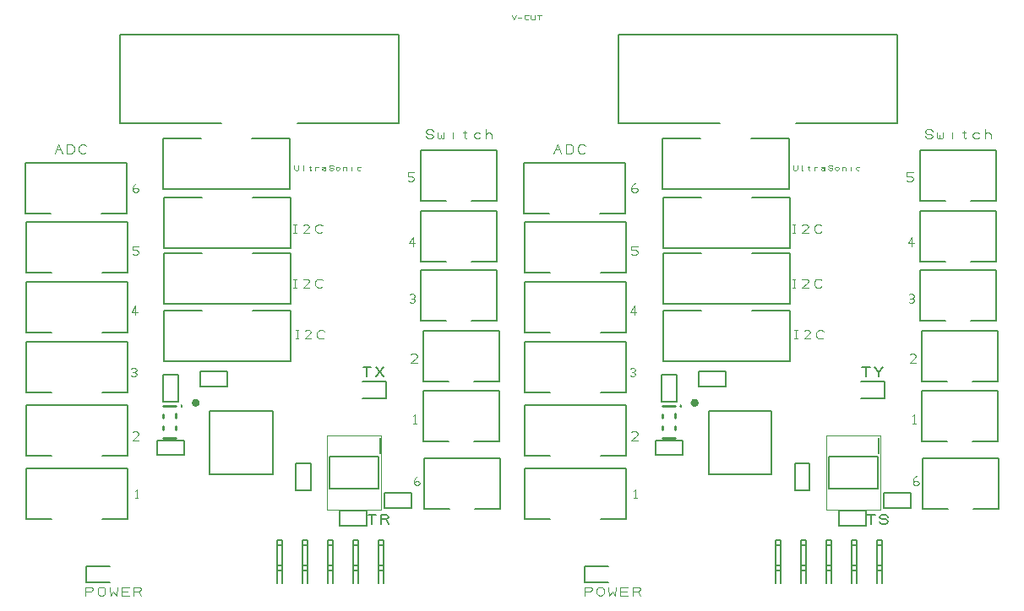
<source format=gto>
G04 EasyPC Gerber Version 21.0.3 Build 4286 *
G04 #@! TF.Part,Single*
G04 #@! TF.FileFunction,Legend,Top *
G04 #@! TF.FilePolarity,Positive *
%FSLAX45Y45*%
%MOIN*%
%ADD21C,0.00100*%
%ADD26C,0.00197*%
%ADD117C,0.00276*%
%ADD20C,0.00394*%
%ADD22C,0.00500*%
%ADD23C,0.00787*%
%ADD25C,0.01000*%
G04 #@! TA.AperFunction,ViaPad*
%ADD86C,0.01575*%
X0Y0D02*
D02*
D20*
X134423Y344049D02*
Y347593D01*
X136490*
X137081Y347297*
X137376Y346707*
X137081Y346116*
X136490Y345821*
X134423*
X139148Y345230D02*
Y346411D01*
X139443Y347002*
X139738Y347297*
X140329Y347593*
X140919*
X141510Y347297*
X141805Y347002*
X142100Y346411*
Y345230*
X141805Y344640*
X141510Y344344*
X140919Y344049*
X140329*
X139738Y344344*
X139443Y344640*
X139148Y345230*
X143872Y347593D02*
X144167Y344049D01*
X145348Y345821*
X146530Y344049*
X146825Y347593*
X148596Y344049D02*
Y347593D01*
X151549*
X150959Y345821D02*
X148596D01*
Y344049D02*
X151549D01*
X153321D02*
Y347593D01*
X155388*
X155978Y347297*
X156274Y346707*
X155978Y346116*
X155388Y345821*
X153321*
X155388D02*
X156274Y344049D01*
X331274D02*
Y347593D01*
X333341*
X333931Y347297*
X334226Y346707*
X333931Y346116*
X333341Y345821*
X331274*
X335998Y345230D02*
Y346411D01*
X336293Y347002*
X336589Y347297*
X337179Y347593*
X337770*
X338360Y347297*
X338656Y347002*
X338951Y346411*
Y345230*
X338656Y344640*
X338360Y344344*
X337770Y344049*
X337179*
X336589Y344344*
X336293Y344640*
X335998Y345230*
X340722Y347593D02*
X341018Y344049D01*
X342199Y345821*
X343380Y344049*
X343675Y347593*
X345447Y344049D02*
Y347593D01*
X348400*
X347809Y345821D02*
X345447D01*
Y344049D02*
X348400D01*
X350171D02*
Y347593D01*
X352238*
X352829Y347297*
X353124Y346707*
X352829Y346116*
X352238Y345821*
X350171*
X352238D02*
X353124Y344049D01*
D02*
D21*
X302565Y573598D02*
X303346Y571724D01*
X304127Y573598*
X305065Y572348D02*
X306315D01*
X309127Y572036D02*
X308971Y571880D01*
X308658Y571724*
X308190*
X307877Y571880*
X307721Y572036*
X307565Y572348*
Y572974*
X307721Y573286*
X307877Y573442*
X308190Y573598*
X308658*
X308971Y573442*
X309127Y573286*
X310065Y573598D02*
Y572192D01*
X310221Y571880*
X310533Y571724*
X311158*
X311471Y571880*
X311627Y572192*
Y573598*
X313346Y571724D02*
Y573598D01*
X312565D02*
X314127D01*
D02*
D22*
X120486Y494974D02*
X110486D01*
Y514974*
X150486*
Y494974*
X140486*
X120880Y374305D02*
X110880D01*
Y394305*
X150880*
Y374305*
X140880*
X120880Y399305D02*
X110880D01*
Y419305*
X150880*
Y399305*
X140880*
X120880Y424502D02*
X110880D01*
Y444502*
X150880*
Y424502*
X140880*
X120880Y448124D02*
X110880D01*
Y468124*
X150880*
Y448124*
X140880*
X120880Y471746D02*
X110880D01*
Y491746*
X150880*
Y471746*
X140880*
X162557Y399644D02*
X173219D01*
Y405581*
X162557*
Y399644*
X164919Y431565D02*
Y420904D01*
X170856*
Y431565*
X164919*
X190148Y432746D02*
X179486D01*
Y426809*
X190148*
Y432746*
X199935Y524817D02*
X214935D01*
Y504817*
X164935*
Y524817*
X179935*
X200329Y456707D02*
X215329D01*
Y436707*
X165329*
Y456707*
X180329*
X200329Y479541D02*
X215329D01*
Y459541*
X165329*
Y479541*
X180329*
X200329Y501589D02*
X215329D01*
Y481589*
X165329*
Y501589*
X180329*
X209817Y348982D02*
Y354021D01*
Y355990D02*
Y348982D01*
Y355990D02*
Y354021D01*
X211785*
Y355990*
X209817*
Y364021D02*
Y348982D01*
Y365990D02*
Y364021D01*
X211785*
Y365990*
X209817*
X211785Y348982D02*
Y354021D01*
Y355990D02*
Y348982D01*
Y364021D02*
Y348982D01*
X217281Y396526D02*
Y385864D01*
X223219*
Y396526*
X217281*
X217927Y530781D02*
X257927D01*
Y565781*
X147927*
Y530781*
X187927*
X219817Y348982D02*
Y354021D01*
Y355990D02*
Y348982D01*
Y355990D02*
Y354021D01*
X221785*
Y355990*
X219817*
Y364021D02*
Y348982D01*
Y365990D02*
Y364021D01*
X221785*
Y365990*
X219817*
X221785Y348982D02*
Y354021D01*
Y355990D02*
Y348982D01*
Y364021D02*
Y348982D01*
X229817D02*
Y354021D01*
Y355990D02*
Y348982D01*
Y355990D02*
Y354021D01*
X231785*
Y355990*
X229817*
Y364021D02*
Y348982D01*
Y365990D02*
Y364021D01*
X231785*
Y365990*
X229817*
X231785Y348982D02*
Y354021D01*
Y355990D02*
Y348982D01*
Y365990D02*
Y348982D01*
X234604Y371691D02*
X245266D01*
Y377628*
X234604*
Y371691*
X239817Y348982D02*
Y354021D01*
Y355990D02*
Y348982D01*
Y355990D02*
Y354021D01*
X241785*
Y355990*
X239817*
Y364021D02*
Y348982D01*
Y365990D02*
Y364021D01*
X241785*
Y365990*
X239817*
X241785Y348982D02*
Y354021D01*
Y355990D02*
Y348982D01*
Y364021D02*
Y348982D01*
X245435Y430715D02*
Y434465D01*
X243872D02*
X246997D01*
X248872Y430715D02*
X251997Y434465D01*
X248872D02*
X251997Y430715D01*
X247403Y372447D02*
Y376197D01*
X245841D02*
X248966D01*
X250841Y372447D02*
Y376197D01*
X253028*
X253653Y375885*
X253966Y375260*
X253653Y374635*
X253028Y374322*
X250841*
X253028D02*
X253966Y372447D01*
X249817Y348982D02*
Y354021D01*
Y355990D02*
Y348982D01*
Y355990D02*
Y354021D01*
X251785*
Y355990*
X249817*
Y364021D02*
Y348982D01*
Y365990D02*
Y364021D01*
X251785*
Y365990*
X249817*
X251785Y348982D02*
Y354021D01*
Y355990D02*
Y348982D01*
Y365990D02*
Y348982D01*
X252321Y378778D02*
X262982D01*
Y384715*
X252321*
Y378778*
X286667Y452848D02*
X296667D01*
Y472848*
X266667*
Y452848*
X276667*
X286667Y476077D02*
X296667D01*
Y496077*
X266667*
Y476077*
X276667*
X286667Y500093D02*
X296667D01*
Y520093*
X266667*
Y500093*
X276667*
X287455Y405211D02*
X297455D01*
Y425211*
X267455*
Y405211*
X277455*
X287455Y428833D02*
X297455D01*
Y448833*
X267455*
Y428833*
X277455*
X287848Y378489D02*
X297848D01*
Y398489*
X267848*
Y378489*
X277848*
X317337Y494974D02*
X307337D01*
Y514974*
X347337*
Y494974*
X337337*
X317730Y374305D02*
X307730D01*
Y394305*
X347730*
Y374305*
X337730*
X317730Y399305D02*
X307730D01*
Y419305*
X347730*
Y399305*
X337730*
X317730Y424502D02*
X307730D01*
Y444502*
X347730*
Y424502*
X337730*
X317730Y448124D02*
X307730D01*
Y468124*
X347730*
Y448124*
X337730*
X317730Y471746D02*
X307730D01*
Y491746*
X347730*
Y471746*
X337730*
X359407Y399644D02*
X370069D01*
Y405581*
X359407*
Y399644*
X361770Y431565D02*
Y420904D01*
X367707*
Y431565*
X361770*
X386998Y432746D02*
X376337D01*
Y426809*
X386998*
Y432746*
X396785Y524817D02*
X411785D01*
Y504817*
X361785*
Y524817*
X376785*
X397179Y456707D02*
X412179D01*
Y436707*
X362179*
Y456707*
X377179*
X397179Y479541D02*
X412179D01*
Y459541*
X362179*
Y479541*
X377179*
X397179Y501589D02*
X412179D01*
Y481589*
X362179*
Y501589*
X377179*
X406667Y348982D02*
Y354021D01*
Y355990D02*
Y348982D01*
Y355990D02*
Y354021D01*
X408635*
Y355990*
X406667*
Y364021D02*
Y348982D01*
Y365990D02*
Y364021D01*
X408635*
Y365990*
X406667*
X408635Y348982D02*
Y354021D01*
Y355990D02*
Y348982D01*
Y364021D02*
Y348982D01*
X414132Y396526D02*
Y385864D01*
X420069*
Y396526*
X414132*
X414778Y530781D02*
X454778D01*
Y565781*
X344778*
Y530781*
X384778*
X416667Y348982D02*
Y354021D01*
Y355990D02*
Y348982D01*
Y355990D02*
Y354021D01*
X418635*
Y355990*
X416667*
Y364021D02*
Y348982D01*
Y365990D02*
Y364021D01*
X418635*
Y365990*
X416667*
X418635Y348982D02*
Y354021D01*
Y355990D02*
Y348982D01*
Y364021D02*
Y348982D01*
X426667D02*
Y354021D01*
Y355990D02*
Y348982D01*
Y355990D02*
Y354021D01*
X428635*
Y355990*
X426667*
Y364021D02*
Y348982D01*
Y365990D02*
Y364021D01*
X428636*
Y365990*
X426667*
X428635Y348982D02*
Y354021D01*
Y355990D02*
Y348982D01*
Y365990D02*
Y348982D01*
X431455Y371691D02*
X442116D01*
Y377628*
X431455*
Y371691*
X436667Y348982D02*
Y354021D01*
Y355990D02*
Y348982D01*
Y355990D02*
Y354021D01*
X438636*
Y355990*
X436667*
Y364021D02*
Y348982D01*
Y365990D02*
Y364021D01*
X438636*
Y365990*
X436667*
X438636Y348982D02*
Y354021D01*
Y355990D02*
Y348982D01*
Y364021D02*
Y348982D01*
X442285Y430715D02*
Y434465D01*
X440722D02*
X443848D01*
X447285Y430715D02*
Y432590D01*
X445722Y434465*
X447285Y432590D02*
X448848Y434465D01*
X444254Y372447D02*
Y376197D01*
X442691D02*
X445816D01*
X447691Y373385D02*
X448004Y372760D01*
X448628Y372447*
X449878*
X450504Y372760*
X450816Y373385*
X450504Y374010*
X449878Y374322*
X448628*
X448004Y374635*
X447691Y375260*
X448004Y375885*
X448628Y376197*
X449878*
X450504Y375885*
X450816Y375260*
X446667Y348982D02*
Y354021D01*
Y355990D02*
Y348982D01*
Y355990D02*
Y354021D01*
X448636*
Y355990*
X446667*
Y364021D02*
Y348982D01*
Y365990D02*
Y364021D01*
X448636*
Y365990*
X446667*
X448636Y348982D02*
Y354021D01*
Y355990D02*
Y348982D01*
Y365990D02*
Y348982D01*
X449171Y378778D02*
X459833D01*
Y384715*
X449171*
Y378778*
X483518Y452848D02*
X493518D01*
Y472848*
X463518*
Y452848*
X473518*
X483518Y476077D02*
X493518D01*
Y496077*
X463518*
Y476077*
X473518*
X483518Y500093D02*
X493518D01*
Y520093*
X463518*
Y500093*
X473518*
X484305Y405211D02*
X494305D01*
Y425211*
X464305*
Y405211*
X474305*
X484305Y428833D02*
X494305D01*
Y448833*
X464305*
Y428833*
X474305*
X484699Y378489D02*
X494699D01*
Y398489*
X464699*
Y378489*
X474699*
D02*
D23*
X143872Y355860D02*
X134522D01*
Y349364*
X143872*
X183439Y416982D02*
X208242D01*
Y392179*
X183439*
Y416982*
X243478Y422199D02*
X252829D01*
Y428695*
X243478*
X249974Y399069D02*
Y386470D01*
X230683*
Y399069*
X249974*
X250486Y406352D02*
Y400447D01*
X340722Y355860D02*
X331372D01*
Y349364*
X340722*
X380289Y416982D02*
X405093D01*
Y392179*
X380289*
Y416982*
X440329Y422199D02*
X449679D01*
Y428695*
X440329*
X446825Y399069D02*
Y386470D01*
X427533*
Y399069*
X446825*
X447337Y406352D02*
Y400447D01*
D02*
D25*
X164935Y411207D02*
Y409715D01*
Y415931D02*
Y414439D01*
Y419148D02*
X170053D01*
Y406549D02*
X164935D01*
X170053Y411207D02*
Y409715D01*
Y416026D02*
Y414533D01*
X172329Y418805D02*
G75*
G02Y419168J181D01*
G01*
X361785Y411207D02*
Y409715D01*
Y415931D02*
Y414439D01*
Y419148D02*
X366904D01*
Y406549D02*
X361785D01*
X366904Y411207D02*
Y409715D01*
Y416026D02*
Y414533D01*
X369179Y418805D02*
G75*
G02Y419168J181D01*
G01*
D02*
D26*
X250959Y407337D02*
Y378203D01*
X229699*
Y407337*
X250959*
X447809D02*
Y378203D01*
X426549*
Y407337*
X447809*
D02*
D86*
X178616Y420329D02*
G75*
G02X177041I-787D01*
G01*
X178616D02*
G75*
G02X177041I-787D01*
G01*
G75*
G02X178616I787*
G01*
X375467D02*
G75*
G02X373892I-787D01*
G01*
X375467D02*
G75*
G02X373892I-787D01*
G01*
G75*
G02X375467I787*
G01*
D02*
D117*
X122219Y518852D02*
X123695Y522396D01*
X125171Y518852*
X122809Y520329D02*
X124581D01*
X126943Y518852D02*
Y522396D01*
X128715*
X129305Y522100*
X129600Y521805*
X129896Y521215*
Y520033*
X129600Y519443*
X129305Y519148*
X128715Y518852*
X126943*
X134620Y519443D02*
X134325Y519148D01*
X133734Y518852*
X132848*
X132258Y519148*
X131963Y519443*
X131667Y520033*
Y521215*
X131963Y521805*
X132258Y522100*
X132848Y522396*
X133734*
X134325Y522100*
X134620Y521805*
X152435Y430959D02*
X153026Y430663D01*
X153616*
X154207Y430959*
X154502Y431549*
X154207Y432140*
X153616Y432435*
X153026*
X153616D02*
X154207Y432730D01*
X154502Y433321*
X154207Y433911*
X153616Y434207*
X153026*
X152435Y433911*
X154010Y455073D02*
Y458616D01*
X152533Y456254*
X154896*
X155289Y405467D02*
X152927D01*
X154994Y407533*
X155289Y408124*
X154994Y408715*
X154404Y409010*
X153518*
X152927Y408715*
Y478990D02*
X153518Y478695D01*
X154404*
X154994Y478990*
X155289Y479581*
Y479876*
X154994Y480467*
X154404Y480762*
X152927*
Y482238*
X155289*
X152927Y504384D02*
X153222Y504974D01*
X153813Y505270*
X154404*
X154994Y504974*
X155289Y504384*
X154994Y503793*
X154404Y503498*
X153813*
X153222Y503793*
X152927Y504384*
Y505270*
X153222Y506156*
X153813Y506746*
X154404Y507041*
X153911Y382632D02*
X155093D01*
X154502D02*
Y386175D01*
X153911Y385585*
X216411Y465703D02*
X217593D01*
X217002D02*
Y469246D01*
X216411D02*
X217593D01*
X222612Y465703D02*
X220250D01*
X222317Y467770*
X222612Y468360*
X222317Y468951*
X221726Y469246*
X220841*
X220250Y468951*
X227927Y466293D02*
X227632Y465998D01*
X227041Y465703*
X226156*
X225565Y465998*
X225270Y466293*
X224974Y466884*
Y468065*
X225270Y468656*
X225565Y468951*
X226156Y469246*
X227041*
X227632Y468951*
X227927Y468656*
X216411Y487356D02*
X217593D01*
X217002D02*
Y490900D01*
X216411D02*
X217593D01*
X222612Y487356D02*
X220250D01*
X222317Y489423*
X222612Y490014*
X222317Y490604*
X221726Y490900*
X220841*
X220250Y490604*
X227927Y487947D02*
X227632Y487652D01*
X227041Y487356*
X226156*
X225565Y487652*
X225270Y487947*
X224974Y488537*
Y489719*
X225270Y490309*
X225565Y490604*
X226156Y490900*
X227041*
X227632Y490604*
X227927Y490309*
X217199Y445624D02*
X218380D01*
X217789D02*
Y449167D01*
X217199D02*
X218380D01*
X223400Y445624D02*
X221037D01*
X223104Y447691*
X223400Y448281*
X223104Y448872*
X222514Y449167*
X221628*
X221037Y448872*
X228715Y446215D02*
X228419Y445919D01*
X227829Y445624*
X226943*
X226352Y445919*
X226057Y446215*
X225762Y446805*
Y447986*
X226057Y448577*
X226352Y448872*
X226943Y449167*
X227829*
X228419Y448872*
X228715Y448577*
X216707Y514251D02*
Y512701D01*
X216879Y512356*
X217224Y512184*
X217913*
X218257Y512356*
X218429Y512701*
Y514251*
X220324Y512184D02*
X220152D01*
Y514251*
X222563Y513562D02*
X223252D01*
X222907Y513907D02*
Y512356D01*
X223080Y512184*
X223252*
X223424Y512356*
X224974Y512184D02*
Y513562D01*
Y513045D02*
X225147Y513390D01*
X225491Y513562*
X225836*
X226180Y513390*
X227730D02*
X228075Y513562D01*
X228592*
X228936Y513390*
X229108Y513045*
Y512529*
X228936Y512356*
X228592Y512184*
X228247*
X227903Y512356*
X227730Y512529*
Y512701*
X227903Y512873*
X228247Y513045*
X228592*
X228936Y512873*
X229108Y512701*
Y512529D02*
Y512184D01*
X230486Y512701D02*
X230659Y512356D01*
X231003Y512184*
X231692*
X232037Y512356*
X232209Y512701*
X232037Y513045*
X231692Y513218*
X231003*
X230659Y513390*
X230486Y513734*
X230659Y514079*
X231003Y514251*
X231692*
X232037Y514079*
X232209Y513734*
X233242Y512701D02*
X233415Y512356D01*
X233759Y512184*
X234104*
X234448Y512356*
X234620Y512701*
Y513045*
X234448Y513390*
X234104Y513562*
X233759*
X233415Y513390*
X233242Y513045*
Y512701*
X235998Y512184D02*
Y513562D01*
Y513045D02*
X236170Y513390D01*
X236515Y513562*
X236859*
X237204Y513390*
X237376Y513045*
Y512184*
X239443D02*
Y513562D01*
Y514079D02*
X242888Y513390*
X242543Y513562D01*
X242027*
X241682Y513390*
X241510Y513045*
Y512701*
X241682Y512356*
X242027Y512184*
X242543*
X242888Y512356*
X261589Y508124D02*
X262179Y507829D01*
X263065*
X263656Y508124*
X263951Y508715*
Y509010*
X263656Y509600*
X263065Y509896*
X261589*
Y511372*
X263951*
X262278Y460093D02*
X262868Y459797D01*
X263459*
X264049Y460093*
X264344Y460683*
X264049Y461274*
X263459Y461569*
X262868*
X263459D02*
X264049Y461864D01*
X264344Y462455*
X264049Y463045*
X263459Y463341*
X262868*
X262278Y463045*
X263459Y482238D02*
Y485781D01*
X261982Y483419*
X264344*
X265132Y436175D02*
X262770D01*
X264837Y438242*
X265132Y438833*
X264837Y439423*
X264246Y439719*
X263360*
X262770Y439423*
X263754Y412159D02*
X264935D01*
X264344D02*
Y415703D01*
X263754Y415112*
X263951Y388636D02*
X264246Y389226D01*
X264837Y389522*
X265427*
X266018Y389226*
X266313Y388636*
X266018Y388045*
X265427Y387750*
X264837*
X264246Y388045*
X263951Y388636*
Y389522*
X264246Y390407*
X264837Y390998*
X265427Y391293*
X268675Y525644D02*
X268970Y525053D01*
X269561Y524758*
X270742*
X271333Y525053*
X271628Y525644*
X271333Y526234*
X270742Y526530*
X269561*
X268970Y526825*
X268675Y527415*
X268970Y528006*
X269561Y528301*
X270742*
X271333Y528006*
X271628Y527415*
X273400Y527120D02*
Y525053D01*
X273695Y524758*
X274285*
X274581Y525053*
Y525939*
Y525053D02*
X274876Y524758D01*
X275467*
X275762Y525053*
Y527120*
X279305Y524758D02*
Y527120D01*
Y528006D02*
X283439Y527120*
X284620D01*
X284030Y527711D02*
Y525053D01*
X284325Y524758*
X284620*
X284915Y525053*
X289935Y526825D02*
X289344Y527120D01*
X288459*
X287868Y526825*
X287573Y526234*
Y525644*
X287868Y525053*
X288459Y524758*
X289344*
X289935Y525053*
X292297Y524758D02*
Y528301D01*
Y526234D02*
X292593Y526825D01*
X293183Y527120*
X293774*
X294364Y526825*
X294659Y526234*
Y524758*
X319069Y518852D02*
X320545Y522396D01*
X322022Y518852*
X319659Y520329D02*
X321431D01*
X323793Y518852D02*
Y522396D01*
X325565*
X326156Y522100*
X326451Y521805*
X326746Y521215*
Y520033*
X326451Y519443*
X326156Y519148*
X325565Y518852*
X323793*
X331470Y519443D02*
X331175Y519148D01*
X330585Y518852*
X329699*
X329108Y519148*
X328813Y519443*
X328518Y520033*
Y521215*
X328813Y521805*
X329108Y522100*
X329699Y522396*
X330585*
X331175Y522100*
X331470Y521805*
X349285Y430959D02*
X349876Y430663D01*
X350467*
X351057Y430959*
X351352Y431549*
X351057Y432140*
X350467Y432435*
X349876*
X350467D02*
X351057Y432730D01*
X351352Y433321*
X351057Y433911*
X350467Y434207*
X349876*
X349285Y433911*
X350860Y455073D02*
Y458616D01*
X349384Y456254*
X351746*
X352140Y405467D02*
X349778D01*
X351844Y407533*
X352140Y408124*
X351844Y408715*
X351254Y409010*
X350368*
X349778Y408715*
Y478990D02*
X350368Y478695D01*
X351254*
X351844Y478990*
X352140Y479581*
Y479876*
X351844Y480467*
X351254Y480762*
X349778*
Y482238*
X352140*
X349778Y504384D02*
X350073Y504974D01*
X350663Y505270*
X351254*
X351844Y504974*
X352140Y504384*
X351844Y503793*
X351254Y503498*
X350663*
X350073Y503793*
X349778Y504384*
Y505270*
X350073Y506156*
X350663Y506746*
X351254Y507041*
X350762Y382632D02*
X351943D01*
X351352D02*
Y386175D01*
X350762Y385585*
X413262Y465703D02*
X414443D01*
X413852D02*
Y469246D01*
X413262D02*
X414443D01*
X419463Y465703D02*
X417100D01*
X419167Y467770*
X419463Y468360*
X419167Y468951*
X418577Y469246*
X417691*
X417100Y468951*
X424778Y466293D02*
X424482Y465998D01*
X423892Y465703*
X423006*
X422415Y465998*
X422120Y466293*
X421825Y466884*
Y468065*
X422120Y468656*
X422415Y468951*
X423006Y469246*
X423892*
X424482Y468951*
X424778Y468656*
X413262Y487356D02*
X414443D01*
X413852D02*
Y490900D01*
X413262D02*
X414443D01*
X419463Y487356D02*
X417100D01*
X419167Y489423*
X419463Y490014*
X419167Y490604*
X418577Y490900*
X417691*
X417100Y490604*
X424778Y487947D02*
X424482Y487652D01*
X423892Y487356*
X423006*
X422415Y487652*
X422120Y487947*
X421825Y488537*
Y489719*
X422120Y490309*
X422415Y490604*
X423006Y490900*
X423892*
X424482Y490604*
X424778Y490309*
X414049Y445624D02*
X415230D01*
X414640D02*
Y449167D01*
X414049D02*
X415230D01*
X420250Y445624D02*
X417888D01*
X419955Y447691*
X420250Y448281*
X419955Y448872*
X419364Y449167*
X418478*
X417888Y448872*
X425565Y446215D02*
X425270Y445919D01*
X424679Y445624*
X423793*
X423203Y445919*
X422907Y446215*
X422612Y446805*
Y447986*
X422907Y448577*
X423203Y448872*
X423793Y449167*
X424679*
X425270Y448872*
X425565Y448577*
X413557Y514251D02*
Y512701D01*
X413730Y512356*
X414074Y512184*
X414763*
X415107Y512356*
X415280Y512701*
Y514251*
X417174Y512184D02*
X417002D01*
Y514251*
X419413Y513562D02*
X420102D01*
X419758Y513907D02*
Y512356D01*
X419930Y512184*
X420102*
X420275Y512356*
X421825Y512184D02*
Y513562D01*
Y513045D02*
X421997Y513390D01*
X422342Y513562*
X422686*
X423031Y513390*
X424581D02*
X424925Y513562D01*
X425442*
X425787Y513390*
X425959Y513045*
Y512529*
X425787Y512356*
X425442Y512184*
X425098*
X424753Y512356*
X424581Y512529*
Y512701*
X424753Y512873*
X425098Y513045*
X425442*
X425787Y512873*
X425959Y512701*
Y512529D02*
Y512184D01*
X427337Y512701D02*
X427509Y512356D01*
X427854Y512184*
X428543*
X428887Y512356*
X429059Y512701*
X428887Y513045*
X428543Y513218*
X427854*
X427509Y513390*
X427337Y513734*
X427509Y514079*
X427854Y514251*
X428543*
X428887Y514079*
X429059Y513734*
X430093Y512701D02*
X430265Y512356D01*
X430609Y512184*
X430954*
X431298Y512356*
X431470Y512701*
Y513045*
X431298Y513390*
X430954Y513562*
X430609*
X430265Y513390*
X430093Y513045*
Y512701*
X432848Y512184D02*
Y513562D01*
Y513045D02*
X433021Y513390D01*
X433365Y513562*
X433710*
X434054Y513390*
X434226Y513045*
Y512184*
X436293D02*
Y513562D01*
Y514079D02*
X439738Y513390*
X439394Y513562D01*
X438877*
X438533Y513390*
X438360Y513045*
Y512701*
X438533Y512356*
X438877Y512184*
X439394*
X439738Y512356*
X458439Y508124D02*
X459030Y507829D01*
X459915*
X460506Y508124*
X460801Y508715*
Y509010*
X460506Y509600*
X459915Y509896*
X458439*
Y511372*
X460801*
X459128Y460093D02*
X459719Y459797D01*
X460309*
X460900Y460093*
X461195Y460683*
X460900Y461274*
X460309Y461569*
X459719*
X460309D02*
X460900Y461864D01*
X461195Y462455*
X460900Y463045*
X460309Y463341*
X459719*
X459128Y463045*
X460309Y482238D02*
Y485781D01*
X458833Y483419*
X461195*
X461982Y436175D02*
X459620D01*
X461687Y438242*
X461982Y438833*
X461687Y439423*
X461096Y439719*
X460211*
X459620Y439423*
X460604Y412159D02*
X461785D01*
X461195D02*
Y415703D01*
X460604Y415112*
X460801Y388636D02*
X461096Y389226D01*
X461687Y389522*
X462278*
X462868Y389226*
X463163Y388636*
X462868Y388045*
X462278Y387750*
X461687*
X461096Y388045*
X460801Y388636*
Y389522*
X461096Y390407*
X461687Y390998*
X462278Y391293*
X465526Y525644D02*
X465821Y525053D01*
X466411Y524758*
X467593*
X468183Y525053*
X468478Y525644*
X468183Y526234*
X467593Y526530*
X466411*
X465821Y526825*
X465526Y527415*
X465821Y528006*
X466411Y528301*
X467593*
X468183Y528006*
X468478Y527415*
X470250Y527120D02*
Y525053D01*
X470545Y524758*
X471136*
X471431Y525053*
Y525939*
Y525053D02*
X471726Y524758D01*
X472317*
X472612Y525053*
Y527120*
X476156Y524758D02*
Y527120D01*
Y528006D02*
X480289Y527120*
X481470D01*
X480880Y527711D02*
Y525053D01*
X481175Y524758*
X481470*
X481766Y525053*
X486785Y526825D02*
X486195Y527120D01*
X485309*
X484719Y526825*
X484423Y526234*
Y525644*
X484719Y525053*
X485309Y524758*
X486195*
X486785Y525053*
X489148Y524758D02*
Y528301D01*
Y526234D02*
X489443Y526825D01*
X490033Y527120*
X490624*
X491215Y526825*
X491510Y526234*
Y524758*
X0Y0D02*
M02*

</source>
